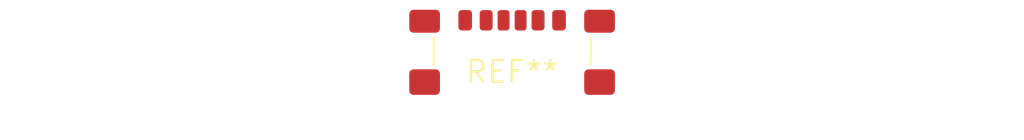
<source format=kicad_pcb>
(kicad_pcb (version 20240108) (generator pcbnew)
  (layers (0 "F.Cu" signal) (31 "B.Cu" signal) (34 "B.Paste" user) (35 "F.Paste" user) (36 "B.SilkS" user "B.Silkscreen") (37 "F.SilkS" user "F.Silkscreen") (38 "B.Mask" user) (39 "F.Mask" user) (44 "Edge.Cuts" user))
  (net 0 "")
  (footprint "USB_C_Receptacle_GCT_USB4135-GF-A_6P_TopMnt_Horizontal" (layer "F.Cu") (at 0 0)
    (property "Reference" "REF**")
    (property "Value" "USB_C_Receptacle_GCT_USB4135-GF-A_6P_TopMnt_Horizontal")
    (fp_line (start -4.6 -2.04) (end -4.6 -0.41) (layer "F.SilkS") (stroke (width 0.12)))
    (fp_line (start 4.6 -2.04) (end 4.6 -0.41) (layer "F.SilkS") (stroke (width 0.12)))
    (pad "A5" smd roundrect (at -0.5 -3.0325) (size 0.7 1.2) (layers "F.Cu" "F.Paste" "F.Mask"))
    (pad "A9" smd roundrect (at 1.52 -3.0325 180) (size 0.76 1.2) (layers "F.Cu" "F.Paste" "F.Mask"))
    (pad "A12" smd roundrect (at 2.75 -3.0325 180) (size 0.8 1.2) (layers "F.Cu" "F.Paste" "F.Mask"))
    (pad "B5" smd roundrect (at 0.5 -3.0325 180) (size 0.7 1.2) (layers "F.Cu" "F.Paste" "F.Mask"))
    (pad "B9" smd roundrect (at -1.52 -3.0325) (size 0.76 1.2) (layers "F.Cu" "F.Paste" "F.Mask"))
    (pad "B12" smd roundrect (at -2.75 -3.0325) (size 0.8 1.2) (layers "F.Cu" "F.Paste" "F.Mask"))
    (pad "S1" smd roundrect (at -5.125 -2.9775) (size 1.8 1.35) (layers "F.Cu" "F.Paste" "F.Mask") (roundrect_rratio 0.1851851852))
    (pad "S1" smd roundrect (at -5.125 0.6025) (size 1.8 1.5) (layers "F.Cu" "F.Paste" "F.Mask") (roundrect_rratio 0.1666666667))
    (pad "S1" smd roundrect (at 5.125 -2.9775) (size 1.8 1.35) (layers "F.Cu" "F.Paste" "F.Mask") (roundrect_rratio 0.1851851852))
    (pad "S1" smd roundrect (at 5.125 0.6025) (size 1.8 1.5) (layers "F.Cu" "F.Paste" "F.Mask") (roundrect_rratio 0.1666666667))
  )
)
</source>
